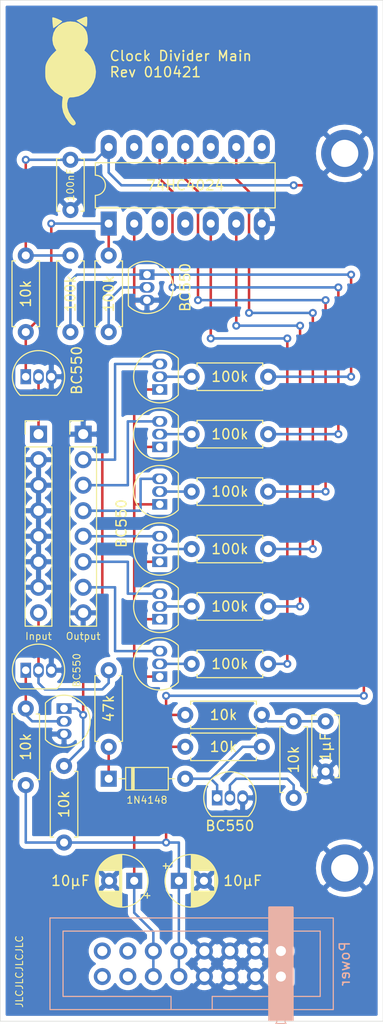
<source format=kicad_pcb>
(kicad_pcb (version 20171130) (host pcbnew "(5.1.9)-1")
  (layers (0 F.Cu signal) (31 B.Cu signal) (34 B.Paste user) (35 F.Paste user) (36 B.SilkS user) (37 F.SilkS user) (38 B.Mask user) (39 F.Mask user) (44 Edge.Cuts user))
  (net 0 "")
  (net 1 GND)
  (net 2 "Net-(C1-Pad1)")
  (net 3 +12V)
  (net 4 +5V)
  (net 5 "Net-(D3-Pad2)")
  (net 6 "Net-(D3-Pad1)")
  (net 7 "Net-(Q1-Pad2)")
  (net 8 "Net-(Q2-Pad1)")
  (net 9 "Net-(Q3-Pad1)")
  (net 10 "Net-(Q4-Pad1)")
  (net 11 "Net-(Q5-Pad1)")
  (net 12 "Net-(Q5-Pad2)")
  (net 13 "Net-(Q6-Pad2)")
  (net 14 "Net-(Q7-Pad2)")
  (net 15 "Net-(Q8-Pad2)")
  (net 16 "Net-(Q9-Pad2)")
  (net 17 "Net-(Q10-Pad2)")
  (net 18 "Net-(R12-Pad1)")
  (net 19 "Net-(R13-Pad1)")
  (net 20 "Net-(R14-Pad1)")
  (net 21 "Net-(R15-Pad1)")
  (net 22 "Net-(Q11-Pad2)")
  (net 23 "Net-(R16-Pad1)")
  (net 24 "Net-(J1-Pad8)")
  (net 25 "Net-(J1-Pad1)")
  (net 26 "Net-(J2-Pad7)")
  (net 27 "Net-(J2-Pad6)")
  (net 28 "Net-(J2-Pad5)")
  (net 29 "Net-(J2-Pad4)")
  (net 30 "Net-(J2-Pad3)")
  (net 31 "Net-(J2-Pad2)")
  (module "Logos:CATs Tiny" (layer F.Cu) (at 6.985 6.985)
    (fp_text reference G*** hide)
    (fp_text value LOGO hide)
  )
  (module Connector_PinHeader_2.54mm:PinHeader_1x08_P2.54mm_Vertical (layer F.Cu) (at 8.255 43.18)
    (fp_text reference J2 hide)
    (fp_text value Output (at 0 20.11) (layer F.SilkS) (effects (font (size 0.7 0.7) (thickness 0.1))))
    (pad 8 thru_hole oval (at 0 17.78) (size 1.7 1.7) (drill 1) (layers *.Cu *.Mask) (net 1 GND))
    (pad 7 thru_hole oval (at 0 15.24) (size 1.7 1.7) (drill 1) (layers *.Cu *.Mask) (net 26 "Net-(J2-Pad7)"))
    (pad 6 thru_hole oval (at 0 12.7) (size 1.7 1.7) (drill 1) (layers *.Cu *.Mask) (net 27 "Net-(J2-Pad6)"))
    (pad 5 thru_hole oval (at 0 10.16) (size 1.7 1.7) (drill 1) (layers *.Cu *.Mask) (net 28 "Net-(J2-Pad5)"))
    (pad 4 thru_hole oval (at 0 7.62) (size 1.7 1.7) (drill 1) (layers *.Cu *.Mask) (net 29 "Net-(J2-Pad4)"))
    (pad 3 thru_hole oval (at 0 5.08) (size 1.7 1.7) (drill 1) (layers *.Cu *.Mask) (net 30 "Net-(J2-Pad3)"))
    (pad 2 thru_hole oval (at 0 2.54) (size 1.7 1.7) (drill 1) (layers *.Cu *.Mask) (net 31 "Net-(J2-Pad2)"))
    (pad 1 thru_hole rect (at 0 0) (size 1.7 1.7) (drill 1) (layers *.Cu *.Mask) (net 1 GND))
  )
  (module Connector_PinHeader_2.54mm:PinHeader_1x08_P2.54mm_Vertical (layer F.Cu) (at 3.81 43.18)
    (fp_text reference J1 hide)
    (fp_text value Input (at 0 20.11) (layer F.SilkS) (effects (font (size 0.7 0.7) (thickness 0.1))))
    (pad 8 thru_hole oval (at 0 17.78) (size 1.7 1.7) (drill 1) (layers *.Cu *.Mask) (net 24 "Net-(J1-Pad8)"))
    (pad 7 thru_hole oval (at 0 15.24) (size 1.7 1.7) (drill 1) (layers *.Cu *.Mask) (net 1 GND))
    (pad 6 thru_hole oval (at 0 12.7) (size 1.7 1.7) (drill 1) (layers *.Cu *.Mask) (net 1 GND))
    (pad 5 thru_hole oval (at 0 10.16) (size 1.7 1.7) (drill 1) (layers *.Cu *.Mask) (net 1 GND))
    (pad 4 thru_hole oval (at 0 7.62) (size 1.7 1.7) (drill 1) (layers *.Cu *.Mask) (net 1 GND))
    (pad 3 thru_hole oval (at 0 5.08) (size 1.7 1.7) (drill 1) (layers *.Cu *.Mask) (net 1 GND))
    (pad 2 thru_hole oval (at 0 2.54) (size 1.7 1.7) (drill 1) (layers *.Cu *.Mask) (net 1 GND))
    (pad 1 thru_hole rect (at 0 0) (size 1.7 1.7) (drill 1) (layers *.Cu *.Mask) (net 25 "Net-(J1-Pad1)"))
  )
  (module MountingHole:MountingHole_2.7mm_M2.5_DIN965_Pad (layer F.Cu) (at 34.29 86.36)
    (fp_text reference H2 hide)
    (fp_text value MountingHole_Pad hide)
    (pad 1 thru_hole circle (at 0 0) (size 4.7 4.7) (drill 2.7) (layers *.Cu *.Mask) (net 1 GND))
  )
  (module MountingHole:MountingHole_2.7mm_M2.5_DIN965_Pad (layer F.Cu) (at 34.29 15.24)
    (fp_text reference H1 hide)
    (fp_text value MountingHole_Pad hide)
    (pad 1 thru_hole circle (at 0 0) (size 4.7 4.7) (drill 2.7) (layers *.Cu *.Mask) (net 1 GND))
  )
  (module Resistor_THT:R_Axial_DIN0207_L6.3mm_D2.5mm_P7.62mm_Horizontal (layer F.Cu) (at 26.67 37.465 180)
    (fp_text reference R27 hide)
    (fp_text value 100k (at 3.81 0) (layer F.SilkS))
    (pad 2 thru_hole oval (at 7.62 0 180) (size 1.6 1.6) (drill 0.8) (layers *.Cu *.Mask) (net 22 "Net-(Q11-Pad2)"))
    (pad 1 thru_hole circle (at 0 0 180) (size 1.6 1.6) (drill 0.8) (layers *.Cu *.Mask) (net 11 "Net-(Q5-Pad1)"))
  )
  (module Package_TO_SOT_THT:TO-92_Inline (layer F.Cu) (at 15.875 38.735 90)
    (fp_text reference Q11 hide)
    (fp_text value BC550 (at -13.335 -3.81 90) (layer F.SilkS))
    (pad 1 thru_hole rect (at 0 0 90) (size 1.05 1.5) (drill 0.75) (layers *.Cu *.Mask) (net 4 +5V))
    (pad 3 thru_hole oval (at 2.54 0 90) (size 1.05 1.5) (drill 0.75) (layers *.Cu *.Mask) (net 31 "Net-(J2-Pad2)"))
    (pad 2 thru_hole oval (at 1.27 0 90) (size 1.05 1.5) (drill 0.75) (layers *.Cu *.Mask) (net 22 "Net-(Q11-Pad2)"))
  )
  (module Connector_IDC:IDC-Header_2x08_P2.54mm_Vertical (layer B.Cu) (at 27.94 97.155 90)
    (fp_text reference J3 hide)
    (fp_text value Power (at 1.27 6.35 90) (layer B.SilkS) (effects (justify mirror)))
    (pad 16 thru_hole circle (at 2.54 -17.78 90) (size 1.7 1.7) (drill 1) (layers *.Cu *.Mask))
    (pad 14 thru_hole circle (at 2.54 -15.24 90) (size 1.7 1.7) (drill 1) (layers *.Cu *.Mask))
    (pad 12 thru_hole circle (at 2.54 -12.7 90) (size 1.7 1.7) (drill 1) (layers *.Cu *.Mask) (net 4 +5V))
    (pad 10 thru_hole circle (at 2.54 -10.16 90) (size 1.7 1.7) (drill 1) (layers *.Cu *.Mask) (net 3 +12V))
    (pad 8 thru_hole circle (at 2.54 -7.62 90) (size 1.7 1.7) (drill 1) (layers *.Cu *.Mask) (net 1 GND))
    (pad 6 thru_hole circle (at 2.54 -5.08 90) (size 1.7 1.7) (drill 1) (layers *.Cu *.Mask) (net 1 GND))
    (pad 4 thru_hole circle (at 2.54 -2.54 90) (size 1.7 1.7) (drill 1) (layers *.Cu *.Mask) (net 1 GND))
    (pad 2 thru_hole circle (at 2.54 0 90) (size 1.7 1.7) (drill 1) (layers *.Cu *.Mask))
    (pad 15 thru_hole circle (at 0 -17.78 90) (size 1.7 1.7) (drill 1) (layers *.Cu *.Mask))
    (pad 13 thru_hole circle (at 0 -15.24 90) (size 1.7 1.7) (drill 1) (layers *.Cu *.Mask))
    (pad 11 thru_hole circle (at 0 -12.7 90) (size 1.7 1.7) (drill 1) (layers *.Cu *.Mask) (net 4 +5V))
    (pad 9 thru_hole circle (at 0 -10.16 90) (size 1.7 1.7) (drill 1) (layers *.Cu *.Mask) (net 3 +12V))
    (pad 7 thru_hole circle (at 0 -7.62 90) (size 1.7 1.7) (drill 1) (layers *.Cu *.Mask) (net 1 GND))
    (pad 5 thru_hole circle (at 0 -5.08 90) (size 1.7 1.7) (drill 1) (layers *.Cu *.Mask) (net 1 GND))
    (pad 3 thru_hole circle (at 0 -2.54 90) (size 1.7 1.7) (drill 1) (layers *.Cu *.Mask) (net 1 GND))
    (pad 1 thru_hole roundrect (at 0 0 90) (size 1.7 1.7) (drill 1) (layers *.Cu *.Mask) (roundrect_rratio 0.1470588235294118))
  )
  (module Package_DIP:DIP-14_W7.62mm_LongPads (layer F.Cu) (at 10.795 22.225 90)
    (fp_text reference U1 hide)
    (fp_text value 74HC4024 (at 3.81 7.62 180) (layer F.SilkS))
    (pad 14 thru_hole oval (at 7.62 0 90) (size 2.4 1.6) (drill 0.8) (layers *.Cu *.Mask) (net 3 +12V))
    (pad 7 thru_hole oval (at 0 15.24 90) (size 2.4 1.6) (drill 0.8) (layers *.Cu *.Mask) (net 1 GND))
    (pad 13 thru_hole oval (at 7.62 2.54 90) (size 2.4 1.6) (drill 0.8) (layers *.Cu *.Mask))
    (pad 6 thru_hole oval (at 0 12.7 90) (size 2.4 1.6) (drill 0.8) (layers *.Cu *.Mask) (net 21 "Net-(R15-Pad1)"))
    (pad 12 thru_hole oval (at 7.62 5.08 90) (size 2.4 1.6) (drill 0.8) (layers *.Cu *.Mask) (net 18 "Net-(R12-Pad1)"))
    (pad 5 thru_hole oval (at 0 10.16 90) (size 2.4 1.6) (drill 0.8) (layers *.Cu *.Mask) (net 23 "Net-(R16-Pad1)"))
    (pad 11 thru_hole oval (at 7.62 7.62 90) (size 2.4 1.6) (drill 0.8) (layers *.Cu *.Mask) (net 19 "Net-(R13-Pad1)"))
    (pad 4 thru_hole oval (at 0 7.62 90) (size 2.4 1.6) (drill 0.8) (layers *.Cu *.Mask))
    (pad 10 thru_hole oval (at 7.62 10.16 90) (size 2.4 1.6) (drill 0.8) (layers *.Cu *.Mask))
    (pad 3 thru_hole oval (at 0 5.08 90) (size 2.4 1.6) (drill 0.8) (layers *.Cu *.Mask))
    (pad 9 thru_hole oval (at 7.62 12.7 90) (size 2.4 1.6) (drill 0.8) (layers *.Cu *.Mask) (net 20 "Net-(R14-Pad1)"))
    (pad 2 thru_hole oval (at 0 2.54 90) (size 2.4 1.6) (drill 0.8) (layers *.Cu *.Mask) (net 10 "Net-(Q4-Pad1)"))
    (pad 8 thru_hole oval (at 7.62 15.24 90) (size 2.4 1.6) (drill 0.8) (layers *.Cu *.Mask))
    (pad 1 thru_hole rect (at 0 0 90) (size 2.4 1.6) (drill 0.8) (layers *.Cu *.Mask) (net 8 "Net-(Q2-Pad1)"))
  )
  (module Resistor_THT:R_Axial_DIN0207_L6.3mm_D2.5mm_P7.62mm_Horizontal (layer F.Cu) (at 26.67 66.04 180)
    (fp_text reference R16 hide)
    (fp_text value 100k (at 3.81 0) (layer F.SilkS))
    (pad 2 thru_hole oval (at 7.62 0 180) (size 1.6 1.6) (drill 0.8) (layers *.Cu *.Mask) (net 17 "Net-(Q10-Pad2)"))
    (pad 1 thru_hole circle (at 0 0 180) (size 1.6 1.6) (drill 0.8) (layers *.Cu *.Mask) (net 23 "Net-(R16-Pad1)"))
  )
  (module Resistor_THT:R_Axial_DIN0207_L6.3mm_D2.5mm_P7.62mm_Horizontal (layer F.Cu) (at 26.67 60.325 180)
    (fp_text reference R15 hide)
    (fp_text value 100k (at 3.81 0) (layer F.SilkS))
    (pad 2 thru_hole oval (at 7.62 0 180) (size 1.6 1.6) (drill 0.8) (layers *.Cu *.Mask) (net 16 "Net-(Q9-Pad2)"))
    (pad 1 thru_hole circle (at 0 0 180) (size 1.6 1.6) (drill 0.8) (layers *.Cu *.Mask) (net 21 "Net-(R15-Pad1)"))
  )
  (module Resistor_THT:R_Axial_DIN0207_L6.3mm_D2.5mm_P7.62mm_Horizontal (layer F.Cu) (at 26.67 54.61 180)
    (fp_text reference R14 hide)
    (fp_text value 100k (at 3.81 0) (layer F.SilkS))
    (pad 2 thru_hole oval (at 7.62 0 180) (size 1.6 1.6) (drill 0.8) (layers *.Cu *.Mask) (net 15 "Net-(Q8-Pad2)"))
    (pad 1 thru_hole circle (at 0 0 180) (size 1.6 1.6) (drill 0.8) (layers *.Cu *.Mask) (net 20 "Net-(R14-Pad1)"))
  )
  (module Resistor_THT:R_Axial_DIN0207_L6.3mm_D2.5mm_P7.62mm_Horizontal (layer F.Cu) (at 26.67 48.895 180)
    (fp_text reference R13 hide)
    (fp_text value 100k (at 3.81 0) (layer F.SilkS))
    (pad 2 thru_hole oval (at 7.62 0 180) (size 1.6 1.6) (drill 0.8) (layers *.Cu *.Mask) (net 14 "Net-(Q7-Pad2)"))
    (pad 1 thru_hole circle (at 0 0 180) (size 1.6 1.6) (drill 0.8) (layers *.Cu *.Mask) (net 19 "Net-(R13-Pad1)"))
  )
  (module Resistor_THT:R_Axial_DIN0207_L6.3mm_D2.5mm_P7.62mm_Horizontal (layer F.Cu) (at 26.67 43.18 180)
    (fp_text reference R12 hide)
    (fp_text value 100k (at 3.81 0) (layer F.SilkS))
    (pad 2 thru_hole oval (at 7.62 0 180) (size 1.6 1.6) (drill 0.8) (layers *.Cu *.Mask) (net 13 "Net-(Q6-Pad2)"))
    (pad 1 thru_hole circle (at 0 0 180) (size 1.6 1.6) (drill 0.8) (layers *.Cu *.Mask) (net 18 "Net-(R12-Pad1)"))
  )
  (module Resistor_THT:R_Axial_DIN0207_L6.3mm_D2.5mm_P7.62mm_Horizontal (layer F.Cu) (at 6.985 33.02 90)
    (fp_text reference R11 hide)
    (fp_text value 100k (at 3.81 0 90) (layer F.SilkS))
    (pad 2 thru_hole oval (at 7.62 0 90) (size 1.6 1.6) (drill 0.8) (layers *.Cu *.Mask) (net 3 +12V))
    (pad 1 thru_hole circle (at 0 0 90) (size 1.6 1.6) (drill 0.8) (layers *.Cu *.Mask) (net 11 "Net-(Q5-Pad1)"))
  )
  (module Resistor_THT:R_Axial_DIN0207_L6.3mm_D2.5mm_P7.62mm_Horizontal (layer F.Cu) (at 10.795 33.02 90)
    (fp_text reference R10 hide)
    (fp_text value 100k (at 3.81 0 90) (layer F.SilkS))
    (pad 2 thru_hole oval (at 7.62 0 90) (size 1.6 1.6) (drill 0.8) (layers *.Cu *.Mask) (net 8 "Net-(Q2-Pad1)"))
    (pad 1 thru_hole circle (at 0 0 90) (size 1.6 1.6) (drill 0.8) (layers *.Cu *.Mask) (net 12 "Net-(Q5-Pad2)"))
  )
  (module Resistor_THT:R_Axial_DIN0207_L6.3mm_D2.5mm_P7.62mm_Horizontal (layer F.Cu) (at 6.35 76.2 270)
    (fp_text reference R9 hide)
    (fp_text value 10k (at 3.81 0 90) (layer F.SilkS))
    (pad 2 thru_hole oval (at 7.62 0 270) (size 1.6 1.6) (drill 0.8) (layers *.Cu *.Mask) (net 3 +12V))
    (pad 1 thru_hole circle (at 0 0 270) (size 1.6 1.6) (drill 0.8) (layers *.Cu *.Mask) (net 10 "Net-(Q4-Pad1)"))
  )
  (module Resistor_THT:R_Axial_DIN0207_L6.3mm_D2.5mm_P7.62mm_Horizontal (layer F.Cu) (at 10.795 74.295 90)
    (fp_text reference R8 hide)
    (fp_text value 47k (at 3.81 0 90) (layer F.SilkS))
    (pad 2 thru_hole oval (at 7.62 0 90) (size 1.6 1.6) (drill 0.8) (layers *.Cu *.Mask) (net 24 "Net-(J1-Pad8)"))
    (pad 1 thru_hole circle (at 0 0 90) (size 1.6 1.6) (drill 0.8) (layers *.Cu *.Mask) (net 6 "Net-(D3-Pad1)"))
  )
  (module Resistor_THT:R_Axial_DIN0207_L6.3mm_D2.5mm_P7.62mm_Horizontal (layer F.Cu) (at 2.54 70.485 270)
    (fp_text reference R7 hide)
    (fp_text value 10k (at 3.81 0 90) (layer F.SilkS))
    (pad 2 thru_hole oval (at 7.62 0 270) (size 1.6 1.6) (drill 0.8) (layers *.Cu *.Mask) (net 3 +12V))
    (pad 1 thru_hole circle (at 0 0 270) (size 1.6 1.6) (drill 0.8) (layers *.Cu *.Mask) (net 9 "Net-(Q3-Pad1)"))
  )
  (module Resistor_THT:R_Axial_DIN0207_L6.3mm_D2.5mm_P7.62mm_Horizontal (layer F.Cu) (at 2.54 33.02 90)
    (fp_text reference R6 hide)
    (fp_text value 10k (at 3.81 0 90) (layer F.SilkS))
    (pad 2 thru_hole oval (at 7.62 0 90) (size 1.6 1.6) (drill 0.8) (layers *.Cu *.Mask) (net 3 +12V))
    (pad 1 thru_hole circle (at 0 0 90) (size 1.6 1.6) (drill 0.8) (layers *.Cu *.Mask) (net 8 "Net-(Q2-Pad1)"))
  )
  (module Resistor_THT:R_Axial_DIN0207_L6.3mm_D2.5mm_P7.62mm_Horizontal (layer F.Cu) (at 26.035 74.295 180)
    (fp_text reference R5 hide)
    (fp_text value 10k (at 3.81 0) (layer F.SilkS))
    (pad 2 thru_hole oval (at 7.62 0 180) (size 1.6 1.6) (drill 0.8) (layers *.Cu *.Mask) (net 3 +12V))
    (pad 1 thru_hole circle (at 0 0 180) (size 1.6 1.6) (drill 0.8) (layers *.Cu *.Mask) (net 5 "Net-(D3-Pad2)"))
  )
  (module Resistor_THT:R_Axial_DIN0207_L6.3mm_D2.5mm_P7.62mm_Horizontal (layer F.Cu) (at 29.21 71.755 270)
    (fp_text reference R2 hide)
    (fp_text value 10k (at 3.81 0 90) (layer F.SilkS))
    (pad 2 thru_hole oval (at 7.62 0 270) (size 1.6 1.6) (drill 0.8) (layers *.Cu *.Mask) (net 7 "Net-(Q1-Pad2)"))
    (pad 1 thru_hole circle (at 0 0 270) (size 1.6 1.6) (drill 0.8) (layers *.Cu *.Mask) (net 2 "Net-(C1-Pad1)"))
  )
  (module Resistor_THT:R_Axial_DIN0207_L6.3mm_D2.5mm_P7.62mm_Horizontal (layer F.Cu) (at 26.035 71.12 180)
    (fp_text reference R1 hide)
    (fp_text value 10k (at 3.81 0) (layer F.SilkS))
    (pad 2 thru_hole oval (at 7.62 0 180) (size 1.6 1.6) (drill 0.8) (layers *.Cu *.Mask) (net 3 +12V))
    (pad 1 thru_hole circle (at 0 0 180) (size 1.6 1.6) (drill 0.8) (layers *.Cu *.Mask) (net 2 "Net-(C1-Pad1)"))
  )
  (module Package_TO_SOT_THT:TO-92_Inline (layer F.Cu) (at 15.875 67.31 90)
    (fp_text reference Q10 hide)
    (fp_text value BC550 hide)
    (pad 1 thru_hole rect (at 0 0 90) (size 1.05 1.5) (drill 0.75) (layers *.Cu *.Mask) (net 4 +5V))
    (pad 3 thru_hole oval (at 2.54 0 90) (size 1.05 1.5) (drill 0.75) (layers *.Cu *.Mask) (net 26 "Net-(J2-Pad7)"))
    (pad 2 thru_hole oval (at 1.27 0 90) (size 1.05 1.5) (drill 0.75) (layers *.Cu *.Mask) (net 17 "Net-(Q10-Pad2)"))
  )
  (module Package_TO_SOT_THT:TO-92_Inline (layer F.Cu) (at 15.875 61.595 90)
    (fp_text reference Q9 hide)
    (fp_text value BC550 hide)
    (pad 1 thru_hole rect (at 0 0 90) (size 1.05 1.5) (drill 0.75) (layers *.Cu *.Mask) (net 4 +5V))
    (pad 3 thru_hole oval (at 2.54 0 90) (size 1.05 1.5) (drill 0.75) (layers *.Cu *.Mask) (net 27 "Net-(J2-Pad6)"))
    (pad 2 thru_hole oval (at 1.27 0 90) (size 1.05 1.5) (drill 0.75) (layers *.Cu *.Mask) (net 16 "Net-(Q9-Pad2)"))
  )
  (module Package_TO_SOT_THT:TO-92_Inline (layer F.Cu) (at 15.875 55.88 90)
    (fp_text reference Q8 hide)
    (fp_text value BC550 hide)
    (pad 1 thru_hole rect (at 0 0 90) (size 1.05 1.5) (drill 0.75) (layers *.Cu *.Mask) (net 4 +5V))
    (pad 3 thru_hole oval (at 2.54 0 90) (size 1.05 1.5) (drill 0.75) (layers *.Cu *.Mask) (net 28 "Net-(J2-Pad5)"))
    (pad 2 thru_hole oval (at 1.27 0 90) (size 1.05 1.5) (drill 0.75) (layers *.Cu *.Mask) (net 15 "Net-(Q8-Pad2)"))
  )
  (module Package_TO_SOT_THT:TO-92_Inline (layer F.Cu) (at 15.875 50.165 90)
    (fp_text reference Q7 hide)
    (fp_text value BC550 hide)
    (pad 1 thru_hole rect (at 0 0 90) (size 1.05 1.5) (drill 0.75) (layers *.Cu *.Mask) (net 4 +5V))
    (pad 3 thru_hole oval (at 2.54 0 90) (size 1.05 1.5) (drill 0.75) (layers *.Cu *.Mask) (net 29 "Net-(J2-Pad4)"))
    (pad 2 thru_hole oval (at 1.27 0 90) (size 1.05 1.5) (drill 0.75) (layers *.Cu *.Mask) (net 14 "Net-(Q7-Pad2)"))
  )
  (module Package_TO_SOT_THT:TO-92_Inline (layer F.Cu) (at 15.875 44.45 90)
    (fp_text reference Q6 hide)
    (fp_text value BC550 hide)
    (pad 1 thru_hole rect (at 0 0 90) (size 1.05 1.5) (drill 0.75) (layers *.Cu *.Mask) (net 4 +5V))
    (pad 3 thru_hole oval (at 2.54 0 90) (size 1.05 1.5) (drill 0.75) (layers *.Cu *.Mask) (net 30 "Net-(J2-Pad3)"))
    (pad 2 thru_hole oval (at 1.27 0 90) (size 1.05 1.5) (drill 0.75) (layers *.Cu *.Mask) (net 13 "Net-(Q6-Pad2)"))
  )
  (module Package_TO_SOT_THT:TO-92_Inline (layer F.Cu) (at 14.605 27.305 270)
    (fp_text reference Q5 hide)
    (fp_text value BC550 (at 1.27 -3.81 90) (layer F.SilkS))
    (pad 1 thru_hole rect (at 0 0 270) (size 1.05 1.5) (drill 0.75) (layers *.Cu *.Mask) (net 11 "Net-(Q5-Pad1)"))
    (pad 3 thru_hole oval (at 2.54 0 270) (size 1.05 1.5) (drill 0.75) (layers *.Cu *.Mask) (net 1 GND))
    (pad 2 thru_hole oval (at 1.27 0 270) (size 1.05 1.5) (drill 0.75) (layers *.Cu *.Mask) (net 12 "Net-(Q5-Pad2)"))
  )
  (module Package_TO_SOT_THT:TO-92_Inline (layer F.Cu) (at 6.35 70.485 270)
    (fp_text reference Q4 hide)
    (fp_text value BC550 hide)
    (pad 1 thru_hole rect (at 0 0 270) (size 1.05 1.5) (drill 0.75) (layers *.Cu *.Mask) (net 10 "Net-(Q4-Pad1)"))
    (pad 3 thru_hole oval (at 2.54 0 270) (size 1.05 1.5) (drill 0.75) (layers *.Cu *.Mask) (net 1 GND))
    (pad 2 thru_hole oval (at 1.27 0 270) (size 1.05 1.5) (drill 0.75) (layers *.Cu *.Mask) (net 9 "Net-(Q3-Pad1)"))
  )
  (module Package_TO_SOT_THT:TO-92_Inline (layer F.Cu) (at 2.54 66.675)
    (fp_text reference Q3 hide)
    (fp_text value BC550 (at 5.08 0 270) (layer F.SilkS) (effects (font (size 0.7 0.7) (thickness 0.1))))
    (pad 1 thru_hole rect (at 0 0) (size 1.05 1.5) (drill 0.75) (layers *.Cu *.Mask) (net 9 "Net-(Q3-Pad1)"))
    (pad 3 thru_hole oval (at 2.54 0) (size 1.05 1.5) (drill 0.75) (layers *.Cu *.Mask) (net 1 GND))
    (pad 2 thru_hole oval (at 1.27 0) (size 1.05 1.5) (drill 0.75) (layers *.Cu *.Mask) (net 24 "Net-(J1-Pad8)"))
  )
  (module Package_TO_SOT_THT:TO-92_Inline (layer F.Cu) (at 2.54 37.465)
    (fp_text reference Q2 hide)
    (fp_text value BC550 (at 5.08 -0.635 90) (layer F.SilkS))
    (pad 1 thru_hole rect (at 0 0) (size 1.05 1.5) (drill 0.75) (layers *.Cu *.Mask) (net 8 "Net-(Q2-Pad1)"))
    (pad 3 thru_hole oval (at 2.54 0) (size 1.05 1.5) (drill 0.75) (layers *.Cu *.Mask) (net 1 GND))
    (pad 2 thru_hole oval (at 1.27 0) (size 1.05 1.5) (drill 0.75) (layers *.Cu *.Mask) (net 25 "Net-(J1-Pad1)"))
  )
  (module Package_TO_SOT_THT:TO-92_Inline (layer F.Cu) (at 21.59 79.375)
    (fp_text reference Q1 hide)
    (fp_text value BC550 (at 1.27 2.79) (layer F.SilkS))
    (pad 1 thru_hole rect (at 0 0) (size 1.05 1.5) (drill 0.75) (layers *.Cu *.Mask) (net 5 "Net-(D3-Pad2)"))
    (pad 3 thru_hole oval (at 2.54 0) (size 1.05 1.5) (drill 0.75) (layers *.Cu *.Mask) (net 1 GND))
    (pad 2 thru_hole oval (at 1.27 0) (size 1.05 1.5) (drill 0.75) (layers *.Cu *.Mask) (net 7 "Net-(Q1-Pad2)"))
  )
  (module Diode_THT:D_DO-35_SOD27_P7.62mm_Horizontal (layer F.Cu) (at 10.795 77.47)
    (fp_text reference D3 hide)
    (fp_text value 1N4148 (at 3.81 2.12) (layer F.SilkS) (effects (font (size 0.7 0.7) (thickness 0.1))))
    (pad 2 thru_hole oval (at 7.62 0) (size 1.6 1.6) (drill 0.8) (layers *.Cu *.Mask) (net 5 "Net-(D3-Pad2)"))
    (pad 1 thru_hole rect (at 0 0) (size 1.6 1.6) (drill 0.8) (layers *.Cu *.Mask) (net 6 "Net-(D3-Pad1)"))
  )
  (module Capacitor_THT:CP_Radial_D5.0mm_P2.50mm (layer F.Cu) (at 13.335 87.63 180)
    (fp_text reference C5 hide)
    (fp_text value 10µF (at 6.35 0) (layer F.SilkS))
    (pad 2 thru_hole circle (at 2.5 0 180) (size 1.6 1.6) (drill 0.8) (layers *.Cu *.Mask) (net 1 GND))
    (pad 1 thru_hole rect (at 0 0 180) (size 1.6 1.6) (drill 0.8) (layers *.Cu *.Mask) (net 4 +5V))
  )
  (module Capacitor_THT:CP_Radial_D5.0mm_P2.50mm (layer F.Cu) (at 17.78 87.63)
    (fp_text reference C3 hide)
    (fp_text value 10µF (at 6.35 0) (layer F.SilkS))
    (pad 2 thru_hole circle (at 2.5 0) (size 1.6 1.6) (drill 0.8) (layers *.Cu *.Mask) (net 1 GND))
    (pad 1 thru_hole rect (at 0 0) (size 1.6 1.6) (drill 0.8) (layers *.Cu *.Mask) (net 3 +12V))
  )
  (module Capacitor_THT:C_Disc_D5.0mm_W2.5mm_P5.00mm (layer F.Cu) (at 6.985 15.875 270)
    (fp_text reference C2 hide)
    (fp_text value 100nF (at 2.5 0 90) (layer F.SilkS) (effects (font (size 0.7 0.7) (thickness 0.1))))
    (pad 2 thru_hole circle (at 5 0 270) (size 1.6 1.6) (drill 0.8) (layers *.Cu *.Mask) (net 1 GND))
    (pad 1 thru_hole circle (at 0 0 270) (size 1.6 1.6) (drill 0.8) (layers *.Cu *.Mask) (net 3 +12V))
  )
  (module Capacitor_THT:C_Disc_D6.0mm_W2.5mm_P5.00mm (layer F.Cu) (at 32.385 71.755 270)
    (fp_text reference C1 hide)
    (fp_text value 1µF (at 2.54 0 90) (layer F.SilkS))
    (pad 2 thru_hole circle (at 5 0 270) (size 1.6 1.6) (drill 0.8) (layers *.Cu *.Mask) (net 1 GND))
    (pad 1 thru_hole circle (at 0 0 270) (size 1.6 1.6) (drill 0.8) (layers *.Cu *.Mask) (net 2 "Net-(C1-Pad1)"))
  )
  (gr_text JLCJLCJLCJLC (at 1.905 100.33 90) (layer F.SilkS) (effects (font (size 0.7 0.7) (thickness 0.1)) (justify left)))
  (gr_text "Clock Divider Main\nRev 010421" (at 10.795 6.35) (layer F.SilkS) (effects (font (size 1 1)) (justify left)))
  (gr_line (start 0 101.6) (end 0 0) (layer Edge.Cuts) (width 0.05))
  (gr_line (start 38.1 101.6) (end 0 101.6) (layer Edge.Cuts) (width 0.05))
  (gr_line (start 38.1 0) (end 38.1 101.6) (layer Edge.Cuts) (width 0.05))
  (gr_line (start 0 0) (end 38.1 0) (layer Edge.Cuts) (width 0.05))
  (segment (start 26.67 71.755) (end 26.035 71.12) (width 0.25) (layer B.Cu) (net 2))
  (segment (start 29.21 71.755) (end 26.67 71.755) (width 0.25) (layer B.Cu) (net 2))
  (segment (start 29.21 71.755) (end 32.385 71.755) (width 0.25) (layer B.Cu) (net 2))
  (segment (start 17.78 97.155) (end 17.78 94.615) (width 0.25) (layer B.Cu) (net 3))
  (segment (start 17.78 94.615) (end 17.78 87.63) (width 0.25) (layer B.Cu) (net 3))
  (segment (start 17.78 87.63) (end 17.78 83.82) (width 0.25) (layer B.Cu) (net 3))
  (segment (start 17.78 83.82) (end 16.51 83.82) (width 0.25) (layer B.Cu) (net 3))
  (segment (start 6.35 83.82) (end 2.54 83.82) (width 0.25) (layer B.Cu) (net 3))
  (segment (start 2.54 83.82) (end 2.54 78.105) (width 0.25) (layer B.Cu) (net 3))
  (segment (start 16.51 83.82) (end 6.35 83.82) (width 0.25) (layer B.Cu) (net 3))
  (via (at 16.51 83.82) (size 0.8) (drill 0.4) (layers F.Cu B.Cu) (net 3))
  (segment (start 16.51 71.12) (end 18.415 71.12) (width 0.25) (layer F.Cu) (net 3))
  (segment (start 18.415 74.295) (end 16.51 74.295) (width 0.25) (layer F.Cu) (net 3))
  (segment (start 16.51 74.295) (end 16.51 71.12) (width 0.25) (layer F.Cu) (net 3))
  (segment (start 16.51 83.82) (end 16.51 74.295) (width 0.25) (layer F.Cu) (net 3))
  (segment (start 16.51 71.12) (end 16.51 69.215) (width 0.25) (layer F.Cu) (net 3))
  (segment (start 16.51 69.215) (end 16.51 69.215) (width 0.25) (layer F.Cu) (net 3))
  (via (at 16.51 69.215) (size 0.8) (drill 0.4) (layers F.Cu B.Cu) (net 3))
  (segment (start 16.51 69.215) (end 35.56 69.215) (width 0.25) (layer B.Cu) (net 3))
  (segment (start 35.56 69.215) (end 36.195 69.215) (width 0.25) (layer B.Cu) (net 3))
  (segment (start 36.195 69.215) (end 36.195 69.215) (width 0.25) (layer B.Cu) (net 3))
  (via (at 36.195 69.215) (size 0.8) (drill 0.4) (layers F.Cu B.Cu) (net 3))
  (segment (start 36.195 69.215) (end 36.195 27.305) (width 0.25) (layer F.Cu) (net 3))
  (segment (start 6.985 25.4) (end 2.54 25.4) (width 0.25) (layer B.Cu) (net 3))
  (segment (start 2.54 25.4) (end 2.54 15.875) (width 0.25) (layer F.Cu) (net 3))
  (segment (start 2.54 15.875) (end 2.54 15.875) (width 0.25) (layer F.Cu) (net 3))
  (via (at 2.54 15.875) (size 0.8) (drill 0.4) (layers F.Cu B.Cu) (net 3))
  (segment (start 2.54 15.875) (end 6.985 15.875) (width 0.25) (layer B.Cu) (net 3))
  (segment (start 9.525 15.875) (end 10.795 14.605) (width 0.25) (layer B.Cu) (net 3))
  (segment (start 6.985 15.875) (end 9.525 15.875) (width 0.25) (layer B.Cu) (net 3))
  (segment (start 36.195 27.305) (end 36.195 19.05) (width 0.25) (layer F.Cu) (net 3))
  (segment (start 36.195 19.05) (end 35.56 18.415) (width 0.25) (layer F.Cu) (net 3))
  (segment (start 35.56 18.415) (end 29.21 18.415) (width 0.25) (layer F.Cu) (net 3))
  (segment (start 29.21 18.415) (end 29.21 18.415) (width 0.25) (layer F.Cu) (net 3))
  (via (at 29.21 18.415) (size 0.8) (drill 0.4) (layers F.Cu B.Cu) (net 3))
  (segment (start 29.21 18.415) (end 12.065 18.415) (width 0.25) (layer B.Cu) (net 3))
  (segment (start 10.795 17.145) (end 10.795 14.605) (width 0.25) (layer B.Cu) (net 3))
  (segment (start 12.065 18.415) (end 10.795 17.145) (width 0.25) (layer B.Cu) (net 3))
  (segment (start 13.335 38.735) (end 15.875 38.735) (width 0.25) (layer F.Cu) (net 4))
  (segment (start 15.875 44.45) (end 13.335 44.45) (width 0.25) (layer F.Cu) (net 4))
  (segment (start 13.335 44.45) (end 13.335 38.735) (width 0.25) (layer F.Cu) (net 4))
  (segment (start 15.875 50.165) (end 13.335 50.165) (width 0.25) (layer F.Cu) (net 4))
  (segment (start 13.335 50.165) (end 13.335 44.45) (width 0.25) (layer F.Cu) (net 4))
  (segment (start 15.875 55.88) (end 13.335 55.88) (width 0.25) (layer F.Cu) (net 4))
  (segment (start 15.875 61.595) (end 13.335 61.595) (width 0.25) (layer F.Cu) (net 4))
  (segment (start 13.335 61.595) (end 13.335 50.165) (width 0.25) (layer F.Cu) (net 4))
  (segment (start 13.335 87.63) (end 13.335 61.595) (width 0.25) (layer F.Cu) (net 4))
  (segment (start 15.875 67.31) (end 13.335 67.31) (width 0.25) (layer F.Cu) (net 4))
  (segment (start 15.24 97.155) (end 15.24 94.615) (width 0.25) (layer B.Cu) (net 4))
  (segment (start 15.24 94.615) (end 15.24 92.71) (width 0.25) (layer B.Cu) (net 4))
  (segment (start 13.335 90.805) (end 13.335 87.63) (width 0.25) (layer B.Cu) (net 4))
  (segment (start 15.24 92.71) (end 13.335 90.805) (width 0.25) (layer B.Cu) (net 4))
  (segment (start 18.415 77.47) (end 20.955 77.47) (width 0.25) (layer B.Cu) (net 5))
  (segment (start 21.59 78.105) (end 21.59 79.375) (width 0.25) (layer B.Cu) (net 5))
  (segment (start 20.955 77.47) (end 21.59 78.105) (width 0.25) (layer B.Cu) (net 5))
  (segment (start 26.035 74.295) (end 24.13 74.295) (width 0.25) (layer B.Cu) (net 5))
  (segment (start 24.13 74.295) (end 20.955 77.47) (width 0.25) (layer B.Cu) (net 5))
  (segment (start 10.795 74.295) (end 10.795 77.47) (width 0.25) (layer F.Cu) (net 6))
  (segment (start 22.86 79.375) (end 22.86 78.105) (width 0.25) (layer B.Cu) (net 7))
  (segment (start 22.86 78.105) (end 23.495 77.47) (width 0.25) (layer B.Cu) (net 7))
  (segment (start 23.495 77.47) (end 28.575 77.47) (width 0.25) (layer B.Cu) (net 7))
  (segment (start 28.575 77.47) (end 29.21 78.105) (width 0.25) (layer B.Cu) (net 7))
  (segment (start 29.21 78.105) (end 29.21 79.375) (width 0.25) (layer B.Cu) (net 7))
  (segment (start 2.54 33.02) (end 2.54 37.465) (width 0.25) (layer F.Cu) (net 8))
  (segment (start 10.795 22.225) (end 10.795 25.4) (width 0.25) (layer F.Cu) (net 8))
  (segment (start 5.08 30.48) (end 5.08 22.225) (width 0.25) (layer F.Cu) (net 8))
  (segment (start 2.54 33.02) (end 5.08 30.48) (width 0.25) (layer F.Cu) (net 8))
  (segment (start 5.08 22.225) (end 5.08 22.225) (width 0.25) (layer F.Cu) (net 8))
  (via (at 5.08 22.225) (size 0.8) (drill 0.4) (layers F.Cu B.Cu) (net 8))
  (segment (start 5.08 22.225) (end 10.795 22.225) (width 0.25) (layer B.Cu) (net 8))
  (segment (start 2.54 70.485) (end 2.54 71.12) (width 0.25) (layer B.Cu) (net 9))
  (segment (start 3.175 71.755) (end 6.35 71.755) (width 0.25) (layer B.Cu) (net 9))
  (segment (start 2.54 71.12) (end 3.175 71.755) (width 0.25) (layer B.Cu) (net 9))
  (segment (start 2.54 66.675) (end 2.54 70.485) (width 0.25) (layer F.Cu) (net 9))
  (segment (start 7.62 70.485) (end 6.35 70.485) (width 0.25) (layer B.Cu) (net 10))
  (segment (start 8.255 71.12) (end 8.255 71.12) (width 0.25) (layer B.Cu) (net 10))
  (segment (start 8.255 74.295) (end 8.255 71.12) (width 0.25) (layer B.Cu) (net 10))
  (segment (start 6.35 76.2) (end 8.255 74.295) (width 0.25) (layer B.Cu) (net 10))
  (segment (start 8.255 71.12) (end 7.62 70.485) (width 0.25) (layer B.Cu) (net 10))
  (via (at 8.255 71.12) (size 0.8) (drill 0.4) (layers F.Cu B.Cu) (net 10))
  (segment (start 8.255 71.12) (end 8.255 66.04) (width 0.25) (layer F.Cu) (net 10))
  (segment (start 8.255 66.04) (end 10.16 64.135) (width 0.25) (layer F.Cu) (net 10))
  (segment (start 10.16 64.135) (end 10.16 36.195) (width 0.25) (layer F.Cu) (net 10))
  (segment (start 13.335 33.02) (end 10.16 36.195) (width 0.25) (layer F.Cu) (net 10))
  (segment (start 13.335 22.225) (end 13.335 33.02) (width 0.25) (layer F.Cu) (net 10))
  (segment (start 26.67 37.465) (end 34.925 37.465) (width 0.25) (layer B.Cu) (net 11))
  (segment (start 34.925 37.465) (end 34.925 37.465) (width 0.25) (layer B.Cu) (net 11))
  (via (at 34.925 37.465) (size 0.8) (drill 0.4) (layers F.Cu B.Cu) (net 11))
  (segment (start 34.925 37.465) (end 34.925 27.305) (width 0.25) (layer F.Cu) (net 11))
  (segment (start 34.925 27.305) (end 34.925 27.305) (width 0.25) (layer F.Cu) (net 11))
  (via (at 34.925 27.305) (size 0.8) (drill 0.4) (layers F.Cu B.Cu) (net 11))
  (segment (start 34.925 27.305) (end 14.605 27.305) (width 0.25) (layer B.Cu) (net 11))
  (segment (start 6.985 33.02) (end 6.985 27.94) (width 0.25) (layer B.Cu) (net 11))
  (segment (start 7.62 27.305) (end 14.605 27.305) (width 0.25) (layer B.Cu) (net 11))
  (segment (start 6.985 27.94) (end 7.62 27.305) (width 0.25) (layer B.Cu) (net 11))
  (segment (start 10.795 33.02) (end 10.795 29.845) (width 0.25) (layer B.Cu) (net 12))
  (segment (start 12.065 28.575) (end 14.605 28.575) (width 0.25) (layer B.Cu) (net 12))
  (segment (start 10.795 29.845) (end 12.065 28.575) (width 0.25) (layer B.Cu) (net 12))
  (segment (start 19.05 43.18) (end 15.875 43.18) (width 0.25) (layer B.Cu) (net 13))
  (segment (start 15.875 48.895) (end 19.05 48.895) (width 0.25) (layer B.Cu) (net 14))
  (segment (start 19.05 54.61) (end 15.875 54.61) (width 0.25) (layer B.Cu) (net 15))
  (segment (start 19.05 60.325) (end 15.875 60.325) (width 0.25) (layer B.Cu) (net 16))
  (segment (start 19.05 66.04) (end 15.875 66.04) (width 0.25) (layer B.Cu) (net 17))
  (segment (start 26.67 43.18) (end 33.655 43.18) (width 0.25) (layer B.Cu) (net 18))
  (segment (start 33.655 43.18) (end 33.655 43.18) (width 0.25) (layer B.Cu) (net 18))
  (via (at 33.655 43.18) (size 0.8) (drill 0.4) (layers F.Cu B.Cu) (net 18))
  (segment (start 33.655 43.18) (end 33.655 33.655) (width 0.25) (layer F.Cu) (net 18))
  (segment (start 33.655 33.655) (end 33.655 28.575) (width 0.25) (layer F.Cu) (net 18))
  (segment (start 33.655 28.575) (end 33.655 28.575) (width 0.25) (layer F.Cu) (net 18))
  (via (at 33.655 28.575) (size 0.8) (drill 0.4) (layers F.Cu B.Cu) (net 18))
  (segment (start 33.655 28.575) (end 17.145 28.575) (width 0.25) (layer B.Cu) (net 18))
  (segment (start 17.145 28.575) (end 17.145 28.575) (width 0.25) (layer B.Cu) (net 18))
  (via (at 17.145 28.575) (size 0.8) (drill 0.4) (layers F.Cu B.Cu) (net 18))
  (segment (start 15.875 14.605) (end 15.875 17.78) (width 0.25) (layer F.Cu) (net 18))
  (segment (start 15.875 17.78) (end 17.145 19.05) (width 0.25) (layer F.Cu) (net 18))
  (segment (start 17.145 19.05) (end 17.145 28.575) (width 0.25) (layer F.Cu) (net 18))
  (segment (start 26.67 48.895) (end 32.385 48.895) (width 0.25) (layer B.Cu) (net 19))
  (segment (start 32.385 48.895) (end 32.385 48.895) (width 0.25) (layer B.Cu) (net 19))
  (via (at 32.385 48.895) (size 0.8) (drill 0.4) (layers F.Cu B.Cu) (net 19))
  (segment (start 32.385 48.895) (end 32.385 33.655) (width 0.25) (layer F.Cu) (net 19))
  (segment (start 32.385 33.655) (end 32.385 29.845) (width 0.25) (layer F.Cu) (net 19))
  (segment (start 32.385 29.845) (end 32.385 29.845) (width 0.25) (layer F.Cu) (net 19))
  (via (at 32.385 29.845) (size 0.8) (drill 0.4) (layers F.Cu B.Cu) (net 19))
  (segment (start 32.385 29.845) (end 19.685 29.845) (width 0.25) (layer B.Cu) (net 19))
  (segment (start 19.685 29.845) (end 19.685 29.845) (width 0.25) (layer B.Cu) (net 19))
  (via (at 19.685 29.845) (size 0.8) (drill 0.4) (layers F.Cu B.Cu) (net 19))
  (segment (start 18.415 14.605) (end 18.415 17.78) (width 0.25) (layer F.Cu) (net 19))
  (segment (start 18.415 17.78) (end 19.685 19.05) (width 0.25) (layer F.Cu) (net 19))
  (segment (start 19.685 19.05) (end 19.685 29.845) (width 0.25) (layer F.Cu) (net 19))
  (segment (start 26.67 54.61) (end 31.115 54.61) (width 0.25) (layer B.Cu) (net 20))
  (segment (start 31.115 54.61) (end 31.115 54.61) (width 0.25) (layer B.Cu) (net 20))
  (via (at 31.115 54.61) (size 0.8) (drill 0.4) (layers F.Cu B.Cu) (net 20))
  (segment (start 31.115 54.61) (end 31.115 33.655) (width 0.25) (layer F.Cu) (net 20))
  (segment (start 31.115 33.655) (end 31.115 31.115) (width 0.25) (layer F.Cu) (net 20))
  (segment (start 31.115 31.115) (end 31.115 31.115) (width 0.25) (layer F.Cu) (net 20))
  (via (at 31.115 31.115) (size 0.8) (drill 0.4) (layers F.Cu B.Cu) (net 20))
  (segment (start 31.115 31.115) (end 24.765 31.115) (width 0.25) (layer B.Cu) (net 20))
  (segment (start 24.765 31.115) (end 24.765 31.115) (width 0.25) (layer B.Cu) (net 20))
  (via (at 24.765 31.115) (size 0.8) (drill 0.4) (layers F.Cu B.Cu) (net 20))
  (segment (start 24.765 21.503996) (end 24.765 31.115) (width 0.25) (layer F.Cu) (net 20))
  (segment (start 24.765 19.05) (end 24.765 21.503996) (width 0.25) (layer F.Cu) (net 20))
  (segment (start 23.495 17.78) (end 24.765 19.05) (width 0.25) (layer F.Cu) (net 20))
  (segment (start 23.495 14.605) (end 23.495 17.78) (width 0.25) (layer F.Cu) (net 20))
  (segment (start 26.67 60.325) (end 29.845 60.325) (width 0.25) (layer B.Cu) (net 21))
  (segment (start 29.845 60.325) (end 29.845 60.325) (width 0.25) (layer B.Cu) (net 21))
  (via (at 29.845 60.325) (size 0.8) (drill 0.4) (layers F.Cu B.Cu) (net 21))
  (segment (start 29.845 60.325) (end 29.845 33.655) (width 0.25) (layer F.Cu) (net 21))
  (segment (start 29.845 33.655) (end 29.845 32.385) (width 0.25) (layer F.Cu) (net 21))
  (segment (start 29.845 32.385) (end 29.845 32.385) (width 0.25) (layer F.Cu) (net 21))
  (via (at 29.845 32.385) (size 0.8) (drill 0.4) (layers F.Cu B.Cu) (net 21))
  (segment (start 29.845 32.385) (end 23.495 32.385) (width 0.25) (layer B.Cu) (net 21))
  (segment (start 23.495 32.385) (end 23.495 32.385) (width 0.25) (layer B.Cu) (net 21))
  (via (at 23.495 32.385) (size 0.8) (drill 0.4) (layers F.Cu B.Cu) (net 21))
  (segment (start 23.495 32.385) (end 23.495 22.225) (width 0.25) (layer F.Cu) (net 21))
  (segment (start 19.05 37.465) (end 15.875 37.465) (width 0.25) (layer B.Cu) (net 22))
  (segment (start 26.67 66.04) (end 28.575 66.04) (width 0.25) (layer B.Cu) (net 23))
  (segment (start 28.575 66.04) (end 28.575 66.04) (width 0.25) (layer B.Cu) (net 23))
  (via (at 28.575 66.04) (size 0.8) (drill 0.4) (layers F.Cu B.Cu) (net 23))
  (segment (start 28.575 66.04) (end 28.575 33.655) (width 0.25) (layer F.Cu) (net 23))
  (segment (start 28.575 33.655) (end 28.575 33.655) (width 0.25) (layer F.Cu) (net 23))
  (via (at 28.575 33.655) (size 0.8) (drill 0.4) (layers F.Cu B.Cu) (net 23))
  (segment (start 28.575 33.655) (end 20.955 33.655) (width 0.25) (layer B.Cu) (net 23))
  (segment (start 20.955 33.655) (end 20.955 33.655) (width 0.25) (layer B.Cu) (net 23))
  (via (at 20.955 33.655) (size 0.8) (drill 0.4) (layers F.Cu B.Cu) (net 23))
  (segment (start 20.955 33.655) (end 20.955 22.225) (width 0.25) (layer F.Cu) (net 23))
  (segment (start 3.81 60.96) (end 3.81 66.675) (width 0.25) (layer F.Cu) (net 24))
  (segment (start 3.81 66.675) (end 3.81 67.945) (width 0.25) (layer B.Cu) (net 24))
  (segment (start 3.81 67.945) (end 4.445 68.58) (width 0.25) (layer B.Cu) (net 24))
  (segment (start 4.445 68.58) (end 10.16 68.58) (width 0.25) (layer B.Cu) (net 24))
  (segment (start 10.16 68.58) (end 10.795 67.945) (width 0.25) (layer B.Cu) (net 24))
  (segment (start 10.795 67.945) (end 10.795 66.675) (width 0.25) (layer B.Cu) (net 24))
  (segment (start 3.81 37.465) (end 3.81 43.18) (width 0.25) (layer F.Cu) (net 25))
  (segment (start 11.43 58.42) (end 8.255 58.42) (width 0.25) (layer B.Cu) (net 26))
  (segment (start 11.43 64.77) (end 11.43 58.42) (width 0.25) (layer B.Cu) (net 26))
  (segment (start 15.875 64.77) (end 11.43 64.77) (width 0.25) (layer B.Cu) (net 26))
  (segment (start 15.875 59.055) (end 12.7 59.055) (width 0.25) (layer B.Cu) (net 27))
  (segment (start 12.7 59.055) (end 12.7 55.88) (width 0.25) (layer B.Cu) (net 27))
  (segment (start 12.7 55.88) (end 8.255 55.88) (width 0.25) (layer B.Cu) (net 27))
  (segment (start 15.875 53.34) (end 11.43 53.34) (width 0.25) (layer B.Cu) (net 28))
  (segment (start 11.43 53.34) (end 8.255 53.34) (width 0.25) (layer B.Cu) (net 28))
  (segment (start 15.875 47.625) (end 13.97 47.625) (width 0.25) (layer B.Cu) (net 29))
  (segment (start 13.97 47.625) (end 13.97 50.8) (width 0.25) (layer B.Cu) (net 29))
  (segment (start 13.97 50.8) (end 8.255 50.8) (width 0.25) (layer B.Cu) (net 29))
  (segment (start 15.875 41.91) (end 12.7 41.91) (width 0.25) (layer B.Cu) (net 30))
  (segment (start 12.7 41.91) (end 12.7 48.26) (width 0.25) (layer B.Cu) (net 30))
  (segment (start 12.7 48.26) (end 8.255 48.26) (width 0.25) (layer B.Cu) (net 30))
  (segment (start 15.875 36.195) (end 11.43 36.195) (width 0.25) (layer B.Cu) (net 31))
  (segment (start 11.43 36.195) (end 11.43 45.72) (width 0.25) (layer B.Cu) (net 31))
  (segment (start 11.43 45.72) (end 8.255 45.72) (width 0.25) (layer B.Cu) (net 31))
  (zone (net 1) (net_name GND) (layer B.Cu) (connect_pads (clearance 0.508)) (min_thickness 0.254) (fill yes (arc_segments 32) (thermal_gap 0.508) (thermal_bridge_width 0.508))
    (polygon (pts (xy 38.1 101.6) (xy 0 101.6) (xy 0 0) (xy 38.1 0)))
  )
  (zone (net 0) (net_name "") (layer B.SilkS) (connect_pads (clearance 0.508)) (min_thickness 0.254) (fill yes (arc_segments 32) (thermal_gap 0.508) (thermal_bridge_width 0.508))
    (polygon (pts (xy 29.21 101.6) (xy 26.67 101.6) (xy 26.67 90.17) (xy 29.21 90.17)))
  )
)
</source>
